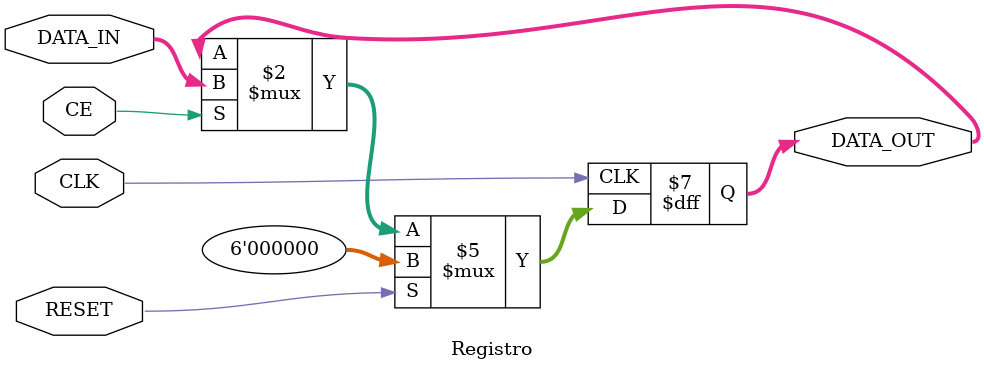
<source format=v>
`timescale 1ns / 1ps


module Registro#(parameter n = 6)(
    input [n-1:0] DATA_IN,
    input CE,
    input CLK,
    input RESET,
    output reg [n-1:0] DATA_OUT
    );
    
    always @ (posedge CLK)
   
      if (RESET) begin
    DATA_OUT <= {n{1'b0}};
  end  else if (CE) begin
    DATA_OUT <= DATA_IN;
  end

endmodule

</source>
